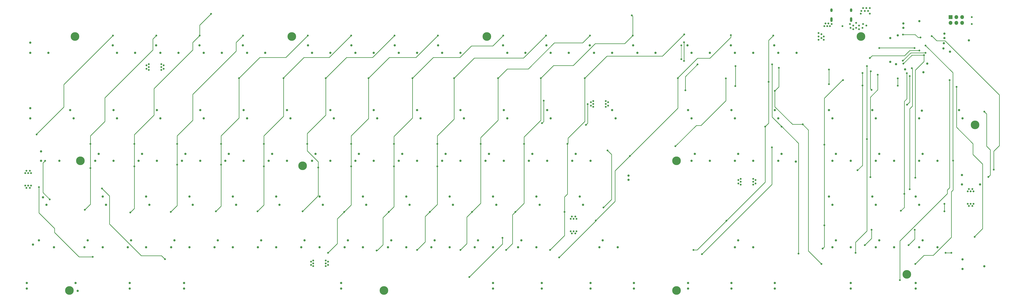
<source format=gtl>
%TF.GenerationSoftware,KiCad,Pcbnew,7.0.10*%
%TF.CreationDate,2024-01-14T19:19:27+05:30*%
%TF.ProjectId,kbd,6b62642e-6b69-4636-9164-5f7063625858,rev?*%
%TF.SameCoordinates,Original*%
%TF.FileFunction,Copper,L1,Top*%
%TF.FilePolarity,Positive*%
%FSLAX46Y46*%
G04 Gerber Fmt 4.6, Leading zero omitted, Abs format (unit mm)*
G04 Created by KiCad (PCBNEW 7.0.10) date 2024-01-14 19:19:27*
%MOMM*%
%LPD*%
G01*
G04 APERTURE LIST*
%TA.AperFunction,ConnectorPad*%
%ADD10C,3.800000*%
%TD*%
%TA.AperFunction,ComponentPad*%
%ADD11C,2.600000*%
%TD*%
%TA.AperFunction,ComponentPad*%
%ADD12R,1.700000X1.700000*%
%TD*%
%TA.AperFunction,ComponentPad*%
%ADD13O,1.700000X1.700000*%
%TD*%
%TA.AperFunction,ComponentPad*%
%ADD14O,1.000000X1.600000*%
%TD*%
%TA.AperFunction,ComponentPad*%
%ADD15O,1.000000X2.100000*%
%TD*%
%TA.AperFunction,ViaPad*%
%ADD16C,0.800000*%
%TD*%
%TA.AperFunction,ViaPad*%
%ADD17C,1.000000*%
%TD*%
%TA.AperFunction,Conductor*%
%ADD18C,0.250000*%
%TD*%
%TA.AperFunction,Conductor*%
%ADD19C,0.200000*%
%TD*%
G04 APERTURE END LIST*
D10*
%TO.P,H12,1*%
%TO.N,N/C*%
X373856250Y-173831250D03*
D11*
X373856250Y-173831250D03*
%TD*%
D10*
%TO.P,H11,1*%
%TO.N,N/C*%
X209550000Y-176022000D03*
D11*
X209550000Y-176022000D03*
%TD*%
D10*
%TO.P,H10,1*%
%TO.N,N/C*%
X109537500Y-119062500D03*
D11*
X109537500Y-119062500D03*
%TD*%
D10*
%TO.P,H9,1*%
%TO.N,N/C*%
X504952000Y-157988000D03*
D11*
X504952000Y-157988000D03*
%TD*%
D10*
%TO.P,H8,1*%
%TO.N,N/C*%
X245268750Y-230981250D03*
D11*
X245268750Y-230981250D03*
%TD*%
D10*
%TO.P,H7,1*%
%TO.N,N/C*%
X474980000Y-223837500D03*
D11*
X474980000Y-223837500D03*
%TD*%
D10*
%TO.P,H6,1*%
%TO.N,N/C*%
X111918750Y-173831250D03*
D11*
X111918750Y-173831250D03*
%TD*%
D10*
%TO.P,H5,1*%
%TO.N,N/C*%
X373856250Y-230981250D03*
D11*
X373856250Y-230981250D03*
%TD*%
D10*
%TO.P,H4,1*%
%TO.N,N/C*%
X107156250Y-230981250D03*
D11*
X107156250Y-230981250D03*
%TD*%
D10*
%TO.P,H3,1*%
%TO.N,N/C*%
X290512500Y-119062500D03*
D11*
X290512500Y-119062500D03*
%TD*%
D10*
%TO.P,H2,1*%
%TO.N,N/C*%
X204787500Y-119062500D03*
D11*
X204787500Y-119062500D03*
%TD*%
D10*
%TO.P,H1,1*%
%TO.N,N/C*%
X454818750Y-119062500D03*
D11*
X454818750Y-119062500D03*
%TD*%
D12*
%TO.P,J1,1,MISO*%
%TO.N,/AVRISP_MISO*%
X494225000Y-110475000D03*
D13*
%TO.P,J1,2,VCC*%
%TO.N,+5V*%
X494225000Y-113015000D03*
%TO.P,J1,3,SCK*%
%TO.N,/AVRISP_SCK*%
X496765000Y-110475000D03*
%TO.P,J1,4,MOSI*%
%TO.N,/AVRISP_MOSI*%
X496765000Y-113015000D03*
%TO.P,J1,5,~{RST}*%
%TO.N,/NRESET*%
X499305000Y-110475000D03*
%TO.P,J1,6,GND*%
%TO.N,GND*%
X499305000Y-113015000D03*
%TD*%
D14*
%TO.P,J2,S1,SHIELD*%
%TO.N,unconnected-(J2-SHIELD-PadS1)*%
X441925000Y-107430000D03*
D15*
X441925000Y-111610000D03*
D14*
X450565000Y-107430000D03*
D15*
X450565000Y-111610000D03*
%TD*%
D16*
%TO.N,GND*%
X439250000Y-113250000D03*
X457250000Y-114250000D03*
D17*
X426541048Y-126206144D03*
X255091192Y-211931072D03*
X178891256Y-211931072D03*
X494000000Y-125750000D03*
X293191160Y-227706840D03*
X164603768Y-151506904D03*
D16*
X441250000Y-114500000D03*
D17*
X127992080Y-126206144D03*
X178891256Y-189606872D03*
D16*
X452750000Y-115250000D03*
D17*
X208954512Y-211931072D03*
X140791288Y-189606872D03*
X202703080Y-151506904D03*
X251816976Y-173802588D03*
X236041208Y-211931072D03*
D16*
X401000000Y-183808440D03*
D17*
X418504336Y-126206144D03*
D16*
X89000000Y-179250000D03*
X503500000Y-113500000D03*
D17*
X278903672Y-126206144D03*
X226516216Y-227706840D03*
D16*
X327862224Y-198358424D03*
D17*
X100310072Y-211931072D03*
X397966072Y-151506904D03*
X407491064Y-173831104D03*
X140791288Y-211931072D03*
X175617040Y-173802588D03*
X307478648Y-126206144D03*
X507205824Y-184249064D03*
D16*
X148500000Y-133250000D03*
D17*
X459878520Y-189606872D03*
D16*
X219750000Y-219000000D03*
X440000000Y-114500000D03*
X450250000Y-115250000D03*
D17*
X336053624Y-173831104D03*
X450353528Y-227706840D03*
X255091192Y-189606872D03*
X193178744Y-126206144D03*
X469403512Y-211931072D03*
D16*
X329862224Y-199358424D03*
X451500000Y-114250000D03*
D17*
X442316816Y-211931072D03*
X113704592Y-211931072D03*
X467750000Y-119750000D03*
X121741304Y-211931072D03*
X89892112Y-150613936D03*
D16*
X88250000Y-178250000D03*
D17*
X499169112Y-184249064D03*
D16*
X329362224Y-198358424D03*
X455500000Y-115250000D03*
D17*
X326528632Y-126206144D03*
D16*
X455750000Y-113500000D03*
D17*
X297953656Y-151506904D03*
X91082736Y-210740448D03*
D16*
X337250000Y-147500000D03*
D17*
X388441080Y-126206144D03*
X317003640Y-151506904D03*
X164603768Y-173831104D03*
X221753720Y-126206144D03*
X331291128Y-189606872D03*
D16*
X89750000Y-178250000D03*
D17*
X380404368Y-126206144D03*
X155078776Y-126206144D03*
X197941240Y-211931072D03*
X399454352Y-173831104D03*
X157460024Y-227706840D03*
X417016056Y-227706840D03*
X293191160Y-211931072D03*
X297953656Y-173802588D03*
X94654608Y-173831104D03*
X133647544Y-227706840D03*
X202703736Y-173802588D03*
X88403832Y-227706840D03*
X136028792Y-126206144D03*
X126503800Y-173831104D03*
X299441936Y-126206144D03*
X274141176Y-211931072D03*
X502250000Y-120750000D03*
X481607408Y-151748184D03*
D16*
X220750000Y-219750000D03*
X219750000Y-217750000D03*
D17*
X336053624Y-227706840D03*
X278903672Y-151506904D03*
X259853688Y-126206144D03*
D16*
X327362224Y-199358424D03*
D17*
X289916944Y-173802588D03*
X461366800Y-211931072D03*
D16*
X442000000Y-113500000D03*
X402000000Y-183058440D03*
D17*
X126503800Y-151506904D03*
X174128760Y-126206144D03*
D16*
X451500000Y-115824000D03*
D17*
X147042064Y-126206144D03*
X151804560Y-211931072D03*
X491250000Y-122000000D03*
X166092048Y-126206144D03*
X461366800Y-173831104D03*
X170854544Y-211931072D03*
X399454352Y-211931072D03*
X232766992Y-173802588D03*
X216991224Y-189606872D03*
D16*
X401000000Y-182308440D03*
X148500000Y-131750000D03*
D17*
X488453496Y-173831104D03*
X240803704Y-126206144D03*
D16*
X147500000Y-131250000D03*
D17*
X480416784Y-173831104D03*
X312241144Y-211931072D03*
D16*
X454000000Y-115824000D03*
D17*
X478928504Y-227706840D03*
D16*
X454000000Y-114250000D03*
D17*
X317003640Y-173831104D03*
X491099998Y-124250000D03*
X109835064Y-227706840D03*
X285154448Y-211931072D03*
X480500000Y-112250000D03*
X274141176Y-189606872D03*
D16*
X452750000Y-113000000D03*
D17*
X440828536Y-151506904D03*
X236041208Y-189606872D03*
X440828536Y-189606872D03*
X183653752Y-173802588D03*
X183653752Y-151506904D03*
D16*
X438750000Y-114500000D03*
D17*
X388441080Y-173831104D03*
X270866960Y-126206144D03*
X347959864Y-211931072D03*
X397966072Y-227706840D03*
D16*
X446750000Y-114500000D03*
D17*
X121741304Y-189606872D03*
D16*
X147500000Y-133750000D03*
D17*
X221753720Y-173802588D03*
D16*
X402000000Y-181808440D03*
D17*
X508991760Y-220265440D03*
D16*
X87750000Y-179250000D03*
X328612224Y-199358424D03*
D17*
X488453496Y-211931072D03*
X159841272Y-211931072D03*
D16*
X336250000Y-149500000D03*
D17*
X314622392Y-227706840D03*
X102691320Y-173831104D03*
X352722360Y-180379536D03*
X240803704Y-173802588D03*
X442316816Y-173831104D03*
X450353528Y-211931072D03*
D16*
X503750000Y-186250000D03*
D17*
X145553784Y-173831104D03*
X228004496Y-211931072D03*
D16*
X503000000Y-187250000D03*
D17*
X159841272Y-189606872D03*
D16*
X504250000Y-187250000D03*
D17*
X95547576Y-189904528D03*
X355103608Y-227706840D03*
X345578616Y-151506904D03*
X137517072Y-173831104D03*
X118467088Y-173831104D03*
X337541904Y-126206144D03*
D16*
X502250000Y-186250000D03*
D17*
X364628600Y-126206144D03*
X318491920Y-126206144D03*
X491500000Y-119750000D03*
X97928824Y-126206144D03*
X259853688Y-151506904D03*
X145553784Y-151506904D03*
X293191160Y-189606872D03*
X469403512Y-173831104D03*
D16*
X220750000Y-218250000D03*
D17*
X247054480Y-211931072D03*
X266104464Y-211931072D03*
X345578616Y-126206144D03*
X499466768Y-221456064D03*
X312241144Y-189606872D03*
X197941240Y-189606872D03*
X339923152Y-211931072D03*
D16*
X90250000Y-179250000D03*
D17*
X380404368Y-173831104D03*
D16*
X450000000Y-113500000D03*
X336250000Y-148000000D03*
D17*
X478928504Y-189606872D03*
D16*
X440500000Y-113250000D03*
D17*
X497977832Y-151507560D03*
X407491064Y-211931072D03*
X89892112Y-126206144D03*
X107453816Y-151506904D03*
X132754576Y-211931072D03*
X450353528Y-173831104D03*
X482250000Y-134750000D03*
D16*
X219750000Y-220250000D03*
D17*
X378916088Y-151506904D03*
D16*
X147500000Y-132500000D03*
D17*
X474250000Y-133500000D03*
X418504336Y-173831104D03*
X185142032Y-126206144D03*
X304204432Y-211931072D03*
X194667024Y-173802588D03*
X189904528Y-211931072D03*
X480416784Y-211931072D03*
X356591888Y-126206144D03*
X232766992Y-126206144D03*
X270866960Y-173802588D03*
X278903672Y-173802588D03*
D16*
X501750000Y-187250000D03*
D17*
X399454352Y-126206144D03*
X221753720Y-151506904D03*
X156567056Y-173831104D03*
X259853688Y-173802588D03*
X407491064Y-126206144D03*
X459877864Y-151507560D03*
X417016056Y-151506904D03*
X240803704Y-151506904D03*
X378916088Y-227706840D03*
X308966928Y-173831104D03*
X216991224Y-211931072D03*
X328016912Y-173831104D03*
X467750000Y-130250000D03*
D16*
X337250000Y-150000000D03*
D17*
X251816976Y-126206144D03*
D16*
X337250000Y-148750000D03*
D17*
X213717008Y-173802588D03*
X426243392Y-174128760D03*
X473500000Y-113250000D03*
X213717008Y-126206144D03*
D16*
X402000000Y-184308440D03*
%TO.N,+5V*%
X342750000Y-148750000D03*
D17*
X481905064Y-208897480D03*
X153292840Y-208897480D03*
X378618432Y-122931928D03*
X491500000Y-117750000D03*
X499466112Y-155079432D03*
X443805096Y-208897480D03*
X223242000Y-155078776D03*
D16*
X141000000Y-131750000D03*
X343750000Y-148000000D03*
X407500000Y-183058440D03*
D17*
X97035856Y-193178744D03*
X352722360Y-182165472D03*
D16*
X327362224Y-204858424D03*
D17*
X305692712Y-208897480D03*
X297656000Y-122931928D03*
D16*
X456500000Y-107750000D03*
X142000000Y-131250000D03*
X501750000Y-192750000D03*
D17*
X355103608Y-230088088D03*
D16*
X502250000Y-193750000D03*
D17*
X272355240Y-170768996D03*
X499169112Y-180081880D03*
X147042064Y-155078776D03*
X185142032Y-155078776D03*
D16*
X89750000Y-185750000D03*
D17*
X450353528Y-230088088D03*
D16*
X437500000Y-119750000D03*
D17*
X294679440Y-193178744D03*
X230981056Y-122931928D03*
D16*
X329362224Y-205858424D03*
D17*
X108942096Y-155078776D03*
D16*
X504250000Y-192750000D03*
X503000000Y-192750000D03*
D17*
X400942632Y-170797512D03*
X139005352Y-170797512D03*
X196155304Y-170768996D03*
X183356096Y-122931928D03*
D16*
X407500000Y-181808440D03*
D17*
X211931072Y-122931928D03*
X478928504Y-230088088D03*
X127992080Y-155078776D03*
X397668416Y-122931928D03*
D16*
X503500000Y-110500000D03*
D17*
X336053624Y-230088088D03*
D16*
X329862224Y-204858424D03*
D17*
X332779408Y-193178744D03*
X126206144Y-122931928D03*
X442316816Y-155078776D03*
X93761640Y-208897480D03*
X480416784Y-193178744D03*
X119955368Y-170797512D03*
X347066896Y-155078776D03*
D16*
X87750000Y-184750000D03*
X89000000Y-184750000D03*
D17*
X286642728Y-208897480D03*
X318491920Y-155078776D03*
D16*
X436250000Y-120500000D03*
D17*
X399454352Y-155078776D03*
D16*
X142000000Y-132500000D03*
D17*
X473500000Y-115250000D03*
X267592744Y-208897480D03*
X316705984Y-122931928D03*
X418504336Y-155078776D03*
X299441936Y-155078776D03*
X484000000Y-131000000D03*
D16*
X214250000Y-220250000D03*
D17*
X310455208Y-170797512D03*
D16*
X503750000Y-193750000D03*
X142000000Y-133750000D03*
D17*
X443805096Y-170797512D03*
X204191360Y-155078776D03*
D16*
X408500000Y-183808440D03*
X437500000Y-118000000D03*
D17*
X381892648Y-170797512D03*
D16*
X458750000Y-109000000D03*
D17*
X417016056Y-230088088D03*
X199429520Y-193178744D03*
D16*
X88250000Y-185750000D03*
X141000000Y-133250000D03*
D17*
X261341968Y-155078776D03*
X256579472Y-193178744D03*
X157460024Y-230088088D03*
X133647544Y-230088088D03*
X275629456Y-193178744D03*
X218479504Y-193178744D03*
X314622392Y-230088088D03*
D16*
X90250000Y-184750000D03*
D17*
X172342824Y-208897480D03*
X416718400Y-122931928D03*
X145256128Y-122931928D03*
X354805952Y-122931928D03*
D16*
X328612224Y-204858424D03*
D17*
X115192872Y-208897480D03*
X400942632Y-208897480D03*
X461366800Y-193178744D03*
D16*
X343750000Y-149500000D03*
D17*
X89892112Y-155078776D03*
D16*
X455000000Y-107750000D03*
D17*
X250031040Y-122931928D03*
D16*
X458000000Y-107750000D03*
X407500000Y-184308440D03*
D17*
X166092048Y-155078776D03*
X229492776Y-208897480D03*
X248542760Y-208897480D03*
X480416128Y-155079432D03*
X164306112Y-122931928D03*
D16*
X213250000Y-219750000D03*
D17*
X499466768Y-217288880D03*
X380404368Y-155078776D03*
D16*
X213250000Y-218250000D03*
D17*
X269081024Y-122931928D03*
X89892112Y-121741304D03*
X378916088Y-230088088D03*
D16*
X455750000Y-106500000D03*
D17*
X462855080Y-170797512D03*
X280391952Y-155078776D03*
D16*
X408500000Y-182308440D03*
D17*
X470250000Y-131250000D03*
X329505192Y-170797512D03*
D16*
X457250000Y-106500000D03*
D17*
X191392808Y-208897480D03*
D16*
X436250000Y-119000000D03*
D17*
X234255272Y-170768996D03*
X158055336Y-170797512D03*
X419992616Y-170797512D03*
X215205288Y-170768996D03*
X210442792Y-208897480D03*
D16*
X214250000Y-217750000D03*
D17*
X293191160Y-230088088D03*
X341411432Y-208897480D03*
X335755968Y-122931928D03*
X461366144Y-155079432D03*
X237529488Y-193178744D03*
X471000000Y-118500000D03*
D16*
X214250000Y-219000000D03*
D17*
X110744000Y-231140000D03*
X161329552Y-193178744D03*
X242291984Y-155078776D03*
D16*
X438500000Y-119000000D03*
X454750000Y-109000000D03*
D17*
X180379536Y-193178744D03*
X462855080Y-208897480D03*
D16*
X327862224Y-205858424D03*
X458750000Y-106500000D03*
D17*
X226516216Y-230088088D03*
X88403832Y-230088088D03*
X142279568Y-193178744D03*
X442316816Y-193178744D03*
X291405224Y-170768996D03*
D16*
X436250000Y-117500000D03*
X342750000Y-147500000D03*
D17*
X313729424Y-193178744D03*
D16*
X438500000Y-120500000D03*
D17*
X481905064Y-170797512D03*
X123229584Y-193178744D03*
X177105320Y-170768996D03*
X253305256Y-170768996D03*
X134242856Y-208897480D03*
X94654608Y-169663920D03*
X397966072Y-230088088D03*
D16*
X342750000Y-150000000D03*
%TO.N,ROW0*%
X375939528Y-122931928D03*
X473273040Y-118169432D03*
X481000000Y-119500000D03*
X375939528Y-129069000D03*
%TO.N,ROW1*%
X462875000Y-124125000D03*
X377130152Y-121605368D03*
X478375000Y-124125000D03*
X377130152Y-129794000D03*
%TO.N,ROW2*%
X475058976Y-149125656D03*
X476249600Y-136500400D03*
%TO.N,ROW3*%
X471000000Y-140750000D03*
X373343000Y-167423000D03*
X395500000Y-137500000D03*
X471000000Y-137500000D03*
%TO.N,ROW4*%
X341709088Y-194369368D03*
X513158944Y-177700632D03*
X485902000Y-118872000D03*
X343495024Y-169230328D03*
%TO.N,ROW5*%
X477175000Y-133000000D03*
X476249600Y-186332656D03*
%TO.N,ROW6*%
X473868352Y-188416248D03*
X475000000Y-135250000D03*
X472380072Y-195857648D03*
%TO.N,ROW7*%
X282773200Y-225027936D03*
X297358344Y-207763888D03*
X504824576Y-207330296D03*
X496824000Y-141224000D03*
%TO.N,ROW8*%
X471932000Y-226380280D03*
X493750000Y-138250000D03*
%TO.N,COL0*%
X306832000Y-166370000D03*
X458985552Y-181000000D03*
X354210640Y-109765000D03*
X298958000Y-213106000D03*
X462250000Y-135890000D03*
X314198000Y-137414000D03*
X354584000Y-118618000D03*
X483250000Y-126250000D03*
X473250000Y-129750000D03*
X303022000Y-196342000D03*
%TO.N,COL1*%
X473500000Y-131000000D03*
X377190000Y-118110000D03*
X92710000Y-162222520D03*
X333502000Y-137414000D03*
X126238000Y-118618000D03*
X318262000Y-213106000D03*
X325882000Y-166370000D03*
X324612000Y-196342000D03*
X482500000Y-127250000D03*
X478750000Y-181250000D03*
%TO.N,COL2*%
X374396000Y-137414000D03*
X353314000Y-171704000D03*
X338328000Y-200152000D03*
X397668416Y-118467088D03*
X322250000Y-216408000D03*
X116332000Y-166370000D03*
X113853420Y-195411164D03*
X145288000Y-118618000D03*
X116332000Y-177038000D03*
%TO.N,COL3*%
X412750000Y-158754000D03*
X381254000Y-213106000D03*
X169366264Y-109040000D03*
X414250000Y-139000000D03*
X164338000Y-118618000D03*
X133858000Y-196596000D03*
X416306000Y-118618000D03*
X135636000Y-166370000D03*
X395750000Y-200250000D03*
X135636000Y-176276000D03*
%TO.N,COL4*%
X438750000Y-166716000D03*
X154432000Y-166370000D03*
X314750000Y-157250000D03*
X315468000Y-147320000D03*
X183388000Y-118618000D03*
X438000000Y-212500000D03*
X154432000Y-175514000D03*
X438750000Y-202250000D03*
X447000000Y-138250000D03*
X151638000Y-196342000D03*
%TO.N,COL5*%
X458750000Y-128500000D03*
X415750000Y-167877984D03*
X480500000Y-125250000D03*
X384975000Y-215000000D03*
X173736000Y-175514000D03*
X171450000Y-196088000D03*
X173736000Y-166370000D03*
X459500000Y-204250000D03*
X181610000Y-137414000D03*
X334772000Y-148844000D03*
X211836000Y-118618000D03*
X456500000Y-211000000D03*
X334000000Y-158000000D03*
%TO.N,COL6*%
X415825432Y-131318000D03*
X383083272Y-131318000D03*
X427434016Y-214750000D03*
X201168000Y-137414000D03*
X230886000Y-118618000D03*
X192532000Y-176276000D03*
X192532000Y-166370000D03*
X419992616Y-158750000D03*
X478500000Y-204250000D03*
X377698000Y-142748000D03*
X189738000Y-196088000D03*
X475750000Y-211000000D03*
%TO.N,COL7*%
X399750000Y-132080000D03*
X452500000Y-214376000D03*
X457500000Y-132080000D03*
X249936000Y-118618000D03*
X209550000Y-196088000D03*
X399625000Y-140875000D03*
X494538000Y-214376000D03*
X491998000Y-214376000D03*
X219710000Y-137414000D03*
X457500000Y-164250000D03*
X216408000Y-176784000D03*
X211582000Y-166370000D03*
%TO.N,COL8*%
X429250000Y-157750000D03*
X418750000Y-132842000D03*
X268986000Y-118618000D03*
X230886000Y-176276000D03*
X220726000Y-214376000D03*
X417000000Y-143000000D03*
X437500000Y-219250000D03*
X238506000Y-137414000D03*
X230886000Y-166370000D03*
X227838000Y-196342000D03*
%TO.N,COL9*%
X297688000Y-118618000D03*
X257810000Y-137414000D03*
X478750000Y-219250000D03*
X249682000Y-176276000D03*
X249682000Y-166370000D03*
X440750000Y-133567000D03*
X440750000Y-140000000D03*
X242062000Y-213360000D03*
X495300000Y-173736000D03*
X483250000Y-123000000D03*
X247396000Y-196342000D03*
%TO.N,COL10*%
X93761640Y-185439688D03*
X276098000Y-137414000D03*
X117348000Y-216154000D03*
X459134000Y-134366000D03*
X268732000Y-166370000D03*
X316484000Y-118618000D03*
X259842000Y-213106000D03*
X268732000Y-176276000D03*
X265430000Y-196342000D03*
X459500000Y-142577224D03*
%TO.N,COL11*%
X455500000Y-135128000D03*
X295402000Y-137414000D03*
X278892000Y-213106000D03*
X287782000Y-166370000D03*
X453330088Y-177998288D03*
X283972000Y-196342000D03*
X455500000Y-140623320D03*
X335788000Y-118618000D03*
X149125656Y-217170000D03*
X121443648Y-186035000D03*
%TO.N,/ARGB LED STRING/Dout37*%
X510777696Y-180974848D03*
X509016000Y-152146000D03*
%TO.N,/ARGB LED STRING/Dout57*%
X98524136Y-190797496D03*
X96440544Y-173831104D03*
%TO.N,/ARGB LED STRING/Dout74*%
X491490000Y-192786000D03*
X491490000Y-196088000D03*
%TD*%
D18*
%TO.N,COL9*%
X486556000Y-215500000D02*
X482500000Y-215500000D01*
X494538000Y-207518000D02*
X486556000Y-215500000D01*
X494538000Y-187452000D02*
X494538000Y-207518000D01*
X495300000Y-186690000D02*
X494538000Y-187452000D01*
X495300000Y-173736000D02*
X495300000Y-186690000D01*
X482500000Y-215500000D02*
X478750000Y-219250000D01*
X495250000Y-135000000D02*
X483250000Y-123000000D01*
X495250000Y-173686000D02*
X495250000Y-135000000D01*
X495300000Y-173736000D02*
X495250000Y-173686000D01*
%TO.N,ROW8*%
X471932000Y-209104928D02*
X471932000Y-226380280D01*
X492760000Y-186690000D02*
X492760000Y-188276928D01*
X492760000Y-188276928D02*
X471932000Y-209104928D01*
X493750000Y-185700000D02*
X492760000Y-186690000D01*
X493750000Y-138250000D02*
X493750000Y-185700000D01*
%TO.N,COL7*%
X216166224Y-189471776D02*
X209550000Y-196088000D01*
X216166224Y-189265145D02*
X216166224Y-189471776D01*
X216408000Y-189023369D02*
X216166224Y-189265145D01*
X216408000Y-176784000D02*
X216408000Y-189023369D01*
X211582000Y-169418000D02*
X211582000Y-166370000D01*
X216408000Y-174244000D02*
X211582000Y-169418000D01*
X216408000Y-176784000D02*
X216408000Y-174244000D01*
%TO.N,ROW7*%
X496824000Y-159004000D02*
X504066000Y-166246000D01*
X504824576Y-207168576D02*
X504824576Y-207330296D01*
X508250000Y-203743152D02*
X504824576Y-207168576D01*
X508250000Y-175250000D02*
X508250000Y-203743152D01*
X496824000Y-141224000D02*
X496824000Y-159004000D01*
X504066000Y-166246000D02*
X504066000Y-171066000D01*
X504066000Y-171066000D02*
X508250000Y-175250000D01*
%TO.N,COL9*%
X278618264Y-128289736D02*
X283718000Y-123190000D01*
X266934264Y-128289736D02*
X278618264Y-128289736D01*
X257810000Y-137414000D02*
X266934264Y-128289736D01*
X283718000Y-123190000D02*
X293116000Y-123190000D01*
X293116000Y-123190000D02*
X297688000Y-118618000D01*
%TO.N,COL10*%
X306578000Y-128524000D02*
X316484000Y-118618000D01*
X284988000Y-128524000D02*
X306578000Y-128524000D01*
X276098000Y-137414000D02*
X284988000Y-128524000D01*
D19*
%TO.N,ROW0*%
X375939528Y-122931928D02*
X375939528Y-129069000D01*
D18*
X478669432Y-118169432D02*
X480000000Y-119500000D01*
X473273040Y-118169432D02*
X478669432Y-118169432D01*
X480000000Y-119500000D02*
X481000000Y-119500000D01*
%TO.N,ROW1*%
X463000000Y-124000000D02*
X478250000Y-124000000D01*
X462875000Y-124125000D02*
X463000000Y-124000000D01*
X377130152Y-129794000D02*
X377130152Y-121605368D01*
X478250000Y-124000000D02*
X478375000Y-124125000D01*
%TO.N,ROW2*%
X476249600Y-147935032D02*
X475058976Y-149125656D01*
X476249600Y-136500400D02*
X476249600Y-147935032D01*
%TO.N,ROW3*%
X384556000Y-158242000D02*
X395500000Y-147298000D01*
X382524000Y-158242000D02*
X384556000Y-158242000D01*
X471000000Y-140750000D02*
X471000000Y-137500000D01*
X373343000Y-167423000D02*
X382524000Y-158242000D01*
X395500000Y-147298000D02*
X395500000Y-137500000D01*
%TO.N,ROW4*%
X485902000Y-118872000D02*
X486122000Y-118872000D01*
X515620000Y-144780000D02*
X515620000Y-167132000D01*
X345280960Y-171016264D02*
X343495024Y-169230328D01*
X491744000Y-120904000D02*
X515620000Y-144780000D01*
X341709088Y-194369368D02*
X345280960Y-190797496D01*
X486122000Y-118872000D02*
X488154000Y-120904000D01*
X513158944Y-169593056D02*
X513158944Y-177700632D01*
X345280960Y-190797496D02*
X345280960Y-171016264D01*
X488154000Y-120904000D02*
X491744000Y-120904000D01*
X515620000Y-167132000D02*
X513158944Y-169593056D01*
%TO.N,ROW5*%
X477440224Y-149720968D02*
X477440224Y-133265224D01*
X476249600Y-150911592D02*
X477440224Y-149720968D01*
X476249600Y-186332656D02*
X476249600Y-150911592D01*
X477440224Y-133265224D02*
X477175000Y-133000000D01*
%TO.N,ROW6*%
X472380072Y-195857648D02*
X473868352Y-194369368D01*
X473868352Y-147637376D02*
X475000000Y-146505728D01*
X475000000Y-146505728D02*
X475000000Y-135250000D01*
X473868352Y-188416248D02*
X473868352Y-147637376D01*
X473868352Y-194369368D02*
X473868352Y-188416248D01*
%TO.N,ROW7*%
X297358344Y-207763888D02*
X297358344Y-210442792D01*
X297358344Y-210442792D02*
X282773200Y-225027936D01*
%TO.N,COL0*%
X314198000Y-137414000D02*
X314198000Y-155956000D01*
X476750000Y-126250000D02*
X473250000Y-129750000D01*
X306832000Y-192532000D02*
X306832000Y-166370000D01*
X458985552Y-181000000D02*
X458985552Y-145764448D01*
X328422000Y-131826000D02*
X319786000Y-131826000D01*
X298958000Y-213106000D02*
X301752000Y-210312000D01*
X462250000Y-142500000D02*
X462250000Y-135890000D01*
X354584000Y-110138360D02*
X354584000Y-118618000D01*
X319786000Y-131826000D02*
X314198000Y-137414000D01*
X483250000Y-126250000D02*
X476750000Y-126250000D01*
X338074000Y-122174000D02*
X328422000Y-131826000D01*
X303022000Y-196342000D02*
X306832000Y-192532000D01*
X301752000Y-210312000D02*
X301752000Y-197612000D01*
X354584000Y-118618000D02*
X351028000Y-122174000D01*
X306832000Y-163322000D02*
X306832000Y-166370000D01*
X458985552Y-145764448D02*
X462250000Y-142500000D01*
X301752000Y-197612000D02*
X303022000Y-196342000D01*
X351028000Y-122174000D02*
X338074000Y-122174000D01*
X354210640Y-109765000D02*
X354584000Y-110138360D01*
X314198000Y-155956000D02*
X306832000Y-163322000D01*
%TO.N,COL1*%
X377190000Y-118110000D02*
X367605576Y-127694424D01*
X325882000Y-188468000D02*
X324612000Y-189738000D01*
X104648000Y-150145536D02*
X104648000Y-140208000D01*
X330454000Y-159512000D02*
X326136000Y-163830000D01*
X367605576Y-127694424D02*
X343221576Y-127694424D01*
X333502000Y-156464000D02*
X333502000Y-137414000D01*
X324612000Y-189738000D02*
X324612000Y-196342000D01*
X343221576Y-127694424D02*
X333502000Y-137414000D01*
X482500000Y-130075672D02*
X482500000Y-127250000D01*
X324612000Y-196342000D02*
X324612000Y-206756000D01*
X324612000Y-206756000D02*
X318262000Y-213106000D01*
X326136000Y-166116000D02*
X325882000Y-166370000D01*
X477250000Y-127250000D02*
X482500000Y-127250000D01*
X326136000Y-163830000D02*
X326136000Y-166116000D01*
X473500000Y-131000000D02*
X477250000Y-127250000D01*
X478750000Y-181250000D02*
X478750000Y-133825672D01*
X330454000Y-159512000D02*
X333502000Y-156464000D01*
X92710000Y-162083536D02*
X104648000Y-150145536D01*
X104648000Y-140208000D02*
X126238000Y-118618000D01*
X92710000Y-162222520D02*
X92710000Y-162083536D01*
X325882000Y-166370000D02*
X325882000Y-188468000D01*
X478750000Y-133825672D02*
X482500000Y-130075672D01*
%TO.N,COL2*%
X388441080Y-128587392D02*
X383083272Y-128587392D01*
X116332000Y-192932584D02*
X116332000Y-177038000D01*
X397668416Y-118467088D02*
X397668416Y-119360056D01*
X397668416Y-119360056D02*
X388441080Y-128587392D01*
X346769240Y-191710760D02*
X338328000Y-200152000D01*
X374396000Y-150622000D02*
X374396000Y-137414000D01*
X122682000Y-156464000D02*
X116332000Y-162814000D01*
X145288000Y-118618000D02*
X143767848Y-120138152D01*
X143767848Y-124964152D02*
X122682000Y-146050000D01*
X116332000Y-166370000D02*
X116332000Y-177038000D01*
X346769240Y-178248760D02*
X346769240Y-191710760D01*
X383083272Y-128587392D02*
X374396000Y-137274664D01*
X353314000Y-171704000D02*
X346769240Y-178248760D01*
X353314000Y-171704000D02*
X374396000Y-150622000D01*
X113853420Y-195411164D02*
X116332000Y-192932584D01*
X122682000Y-146050000D02*
X122682000Y-156464000D01*
X322250000Y-216408000D02*
X338328000Y-200330000D01*
X143767848Y-120138152D02*
X143767848Y-124964152D01*
X374396000Y-137274664D02*
X374396000Y-137414000D01*
X338328000Y-200330000D02*
X338328000Y-200152000D01*
X116332000Y-162814000D02*
X116332000Y-166370000D01*
%TO.N,COL3*%
X161329552Y-124928448D02*
X144272000Y-141986000D01*
X414250000Y-157254000D02*
X412750000Y-158754000D01*
X381254000Y-213106000D02*
X382894000Y-213106000D01*
X414250000Y-139000000D02*
X414250000Y-157254000D01*
X416306000Y-118694000D02*
X416306000Y-118618000D01*
X164338000Y-118618000D02*
X164338000Y-114068264D01*
X144272000Y-141986000D02*
X144272000Y-153670000D01*
X395750000Y-200250000D02*
X412750000Y-183250000D01*
X412750000Y-183250000D02*
X412750000Y-158754000D01*
X414250000Y-139000000D02*
X414250000Y-120750000D01*
X164338000Y-118618000D02*
X161329552Y-121626448D01*
X135636000Y-162306000D02*
X135636000Y-166370000D01*
X382894000Y-213106000D02*
X395750000Y-200250000D01*
X135636000Y-166370000D02*
X135636000Y-176276000D01*
X135636000Y-194818000D02*
X135636000Y-176276000D01*
X144272000Y-153670000D02*
X135636000Y-162306000D01*
X414250000Y-120750000D02*
X416306000Y-118694000D01*
X161329552Y-121626448D02*
X161329552Y-124928448D01*
X133858000Y-196596000D02*
X135636000Y-194818000D01*
X164338000Y-114068264D02*
X169366264Y-109040000D01*
%TO.N,COL4*%
X438750000Y-146250000D02*
X446750000Y-138250000D01*
X438750000Y-211750000D02*
X438750000Y-202250000D01*
X154432000Y-166370000D02*
X154432000Y-175514000D01*
X315468000Y-156532000D02*
X315468000Y-147320000D01*
X151638000Y-196342000D02*
X154432000Y-193548000D01*
X446750000Y-138250000D02*
X447000000Y-138250000D01*
X180379536Y-121626464D02*
X180379536Y-125436464D01*
X438750000Y-166716000D02*
X438750000Y-146250000D01*
X183388000Y-118618000D02*
X180379536Y-121626464D01*
X154432000Y-193548000D02*
X154432000Y-175514000D01*
X314750000Y-157250000D02*
X315468000Y-156532000D01*
X161290000Y-144526000D02*
X161290000Y-155956000D01*
X438750000Y-166716000D02*
X438750000Y-202250000D01*
X438000000Y-212500000D02*
X438750000Y-211750000D01*
X154432000Y-162814000D02*
X154432000Y-166370000D01*
X180379536Y-125436464D02*
X161290000Y-144526000D01*
X161290000Y-155956000D02*
X154432000Y-162814000D01*
%TO.N,COL5*%
X202164264Y-128289736D02*
X190734264Y-128289736D01*
X181610000Y-154940000D02*
X173736000Y-162814000D01*
X459500000Y-208000000D02*
X456500000Y-211000000D01*
X171450000Y-196088000D02*
X173736000Y-193802000D01*
X190734264Y-128289736D02*
X181610000Y-137414000D01*
X211836000Y-118618000D02*
X202164264Y-128289736D01*
X415750000Y-184250000D02*
X385000000Y-215000000D01*
X181610000Y-137414000D02*
X181610000Y-154940000D01*
X415750000Y-167877984D02*
X415750000Y-184250000D01*
X334772000Y-157228000D02*
X334772000Y-148844000D01*
X458750000Y-128500000D02*
X459737347Y-127512653D01*
X476250000Y-125250000D02*
X480500000Y-125250000D01*
X385000000Y-215000000D02*
X384975000Y-215000000D01*
X473987347Y-127512653D02*
X476250000Y-125250000D01*
X459500000Y-204250000D02*
X459500000Y-208000000D01*
X173736000Y-166370000D02*
X173736000Y-175514000D01*
X173736000Y-193802000D02*
X173736000Y-175514000D01*
X334000000Y-158000000D02*
X334772000Y-157228000D01*
X459737347Y-127512653D02*
X473987347Y-127512653D01*
X173736000Y-162814000D02*
X173736000Y-166370000D01*
%TO.N,COL6*%
X419992616Y-158750000D02*
X419992616Y-158650648D01*
X377698000Y-142748000D02*
X377698000Y-136703272D01*
X201168000Y-137414000D02*
X201168000Y-154178000D01*
X419992616Y-158750000D02*
X420091968Y-158750000D01*
X192532000Y-193294000D02*
X192532000Y-176276000D01*
X419992616Y-158650648D02*
X415825432Y-154483464D01*
X201168000Y-154178000D02*
X192532000Y-162814000D01*
X427434016Y-166092048D02*
X427434016Y-214750000D01*
X377698000Y-136703272D02*
X383083272Y-131318000D01*
X221214264Y-128289736D02*
X210145136Y-128289736D01*
X192532000Y-162814000D02*
X192532000Y-166370000D01*
X420091968Y-158750000D02*
X427434016Y-166092048D01*
X475750000Y-211000000D02*
X478500000Y-208250000D01*
X478500000Y-208250000D02*
X478500000Y-204250000D01*
X201168000Y-137266872D02*
X201168000Y-137414000D01*
X192532000Y-176276000D02*
X192532000Y-166370000D01*
X415825432Y-154483464D02*
X415825432Y-131318000D01*
X230886000Y-118618000D02*
X221214264Y-128289736D01*
X189738000Y-196088000D02*
X192532000Y-193294000D01*
X210145136Y-128289736D02*
X201168000Y-137266872D01*
%TO.N,COL7*%
X457500000Y-164250000D02*
X457500000Y-132080000D01*
X240264264Y-128289736D02*
X228834264Y-128289736D01*
X452500000Y-214376000D02*
X452500000Y-209750000D01*
X249936000Y-118618000D02*
X240264264Y-128289736D01*
X399750000Y-140750000D02*
X399750000Y-132080000D01*
X228834264Y-128289736D02*
X219710000Y-137414000D01*
X211582000Y-161798000D02*
X211582000Y-166370000D01*
X452500000Y-209750000D02*
X457500000Y-204750000D01*
X494538000Y-214376000D02*
X491998000Y-214376000D01*
X457500000Y-204750000D02*
X457500000Y-164250000D01*
X399625000Y-140875000D02*
X399750000Y-140750000D01*
X219710000Y-137414000D02*
X219710000Y-153670000D01*
X219710000Y-153670000D02*
X211582000Y-161798000D01*
%TO.N,COL8*%
X417000000Y-143000000D02*
X417000000Y-150002568D01*
X247630264Y-128289736D02*
X238506000Y-137414000D01*
X227838000Y-196342000D02*
X230886000Y-193294000D01*
X418750000Y-141250000D02*
X418750000Y-132842000D01*
X238506000Y-155194000D02*
X230886000Y-162814000D01*
X268986000Y-118618000D02*
X259314264Y-128289736D01*
X238506000Y-137414000D02*
X238506000Y-155194000D01*
X429250000Y-157750000D02*
X431750000Y-160250000D01*
X224790000Y-210312000D02*
X224790000Y-199390000D01*
X224790000Y-199390000D02*
X227838000Y-196342000D01*
X417000000Y-143000000D02*
X418750000Y-141250000D01*
X230886000Y-166370000D02*
X230886000Y-176276000D01*
X417000000Y-150002568D02*
X424747432Y-157750000D01*
X431750000Y-213500000D02*
X437500000Y-219250000D01*
X431750000Y-160250000D02*
X431750000Y-213500000D01*
X424747432Y-157750000D02*
X429250000Y-157750000D01*
X220726000Y-214376000D02*
X224790000Y-210312000D01*
X259314264Y-128289736D02*
X247630264Y-128289736D01*
X230886000Y-162814000D02*
X230886000Y-166370000D01*
X230886000Y-193294000D02*
X230886000Y-176276000D01*
%TO.N,COL9*%
X257810000Y-137414000D02*
X257810000Y-154940000D01*
X249682000Y-194056000D02*
X249682000Y-176276000D01*
X242062000Y-213360000D02*
X242316000Y-213360000D01*
X247396000Y-196342000D02*
X249682000Y-194056000D01*
X440750000Y-133567000D02*
X440750000Y-140000000D01*
X244856000Y-198882000D02*
X247396000Y-196342000D01*
X244856000Y-210820000D02*
X244856000Y-198882000D01*
X249682000Y-166370000D02*
X249682000Y-176276000D01*
X242316000Y-213360000D02*
X244856000Y-210820000D01*
X257810000Y-154940000D02*
X249682000Y-163068000D01*
X249682000Y-163068000D02*
X249682000Y-166370000D01*
%TO.N,COL10*%
X93761640Y-196750616D02*
X100607728Y-203596704D01*
X111379088Y-216154000D02*
X117348000Y-216154000D01*
X268732000Y-193040000D02*
X268732000Y-176276000D01*
X459500000Y-142577224D02*
X459000000Y-142077224D01*
X265430000Y-196342000D02*
X268732000Y-193040000D01*
X459000000Y-134500000D02*
X459134000Y-134366000D01*
X259842000Y-213106000D02*
X263398000Y-209550000D01*
X100607728Y-203596704D02*
X100607728Y-205382640D01*
X100607728Y-205382640D02*
X111379088Y-216154000D01*
X263398000Y-209550000D02*
X263398000Y-198374000D01*
X268732000Y-162814000D02*
X268732000Y-166370000D01*
X263398000Y-198374000D02*
X265430000Y-196342000D01*
X276098000Y-155448000D02*
X268732000Y-162814000D01*
X459000000Y-142077224D02*
X459000000Y-134500000D01*
X93761640Y-185439688D02*
X93761640Y-196750616D01*
X268732000Y-176276000D02*
X268732000Y-166370000D01*
X276098000Y-137414000D02*
X276098000Y-155448000D01*
%TO.N,COL11*%
X332560986Y-121845014D02*
X335788000Y-118618000D01*
X299466000Y-133350000D02*
X308669160Y-133350000D01*
X455500000Y-175828376D02*
X455500000Y-135128000D01*
X281686000Y-198628000D02*
X283972000Y-196342000D01*
X138684000Y-215646000D02*
X147601656Y-215646000D01*
X295402000Y-155956000D02*
X287782000Y-163576000D01*
X320174146Y-121845014D02*
X332560986Y-121845014D01*
X278892000Y-213106000D02*
X281686000Y-210312000D01*
X124717864Y-189309216D02*
X124717864Y-201679864D01*
X121443648Y-186035000D02*
X124717864Y-189309216D01*
X281686000Y-210312000D02*
X281686000Y-198628000D01*
X295402000Y-137414000D02*
X299466000Y-133350000D01*
X147601656Y-215646000D02*
X149125656Y-217170000D01*
X453330088Y-177998288D02*
X455500000Y-175828376D01*
X124717864Y-201679864D02*
X138684000Y-215646000D01*
X295402000Y-137414000D02*
X295402000Y-155956000D01*
X287782000Y-163576000D02*
X287782000Y-166370000D01*
X283972000Y-196342000D02*
X287782000Y-192532000D01*
X287782000Y-192532000D02*
X287782000Y-166370000D01*
X308669160Y-133350000D02*
X320174146Y-121845014D01*
%TO.N,/ARGB LED STRING/Dout37*%
X511670664Y-180081880D02*
X510777696Y-180974848D01*
X510032000Y-167386000D02*
X511670664Y-169024664D01*
X509016000Y-152146000D02*
X510032000Y-153162000D01*
X510032000Y-153162000D02*
X510032000Y-167386000D01*
X511670664Y-169024664D02*
X511670664Y-180081880D01*
%TO.N,/ARGB LED STRING/Dout57*%
X95547576Y-187820936D02*
X98524136Y-190797496D01*
X96440544Y-173831104D02*
X95547576Y-174724072D01*
X95547576Y-174724072D02*
X95547576Y-187820936D01*
%TO.N,/ARGB LED STRING/Dout74*%
X491490000Y-196088000D02*
X491490000Y-192786000D01*
%TD*%
M02*

</source>
